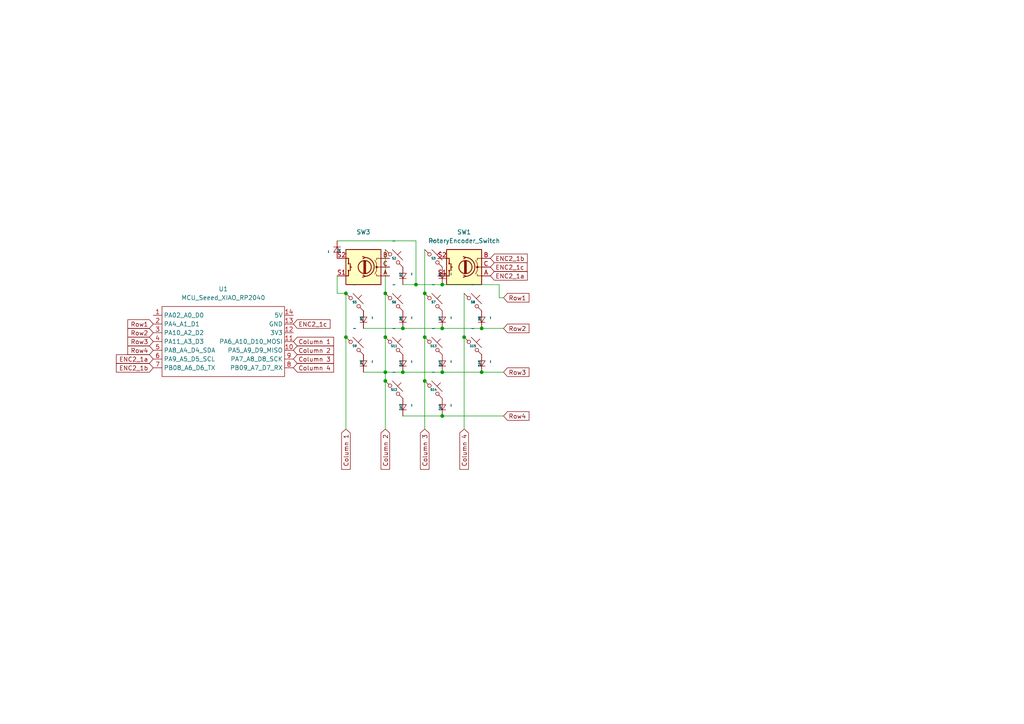
<source format=kicad_sch>
(kicad_sch
	(version 20250114)
	(generator "eeschema")
	(generator_version "9.0")
	(uuid "b171df15-ec02-4722-9797-93f3d835858c")
	(paper "A4")
	(lib_symbols
		(symbol "Device:RotaryEncoder_Switch"
			(pin_names
				(offset 0.254)
				(hide yes)
			)
			(exclude_from_sim no)
			(in_bom yes)
			(on_board yes)
			(property "Reference" "SW"
				(at 0 6.604 0)
				(effects
					(font
						(size 1.27 1.27)
					)
				)
			)
			(property "Value" "RotaryEncoder_Switch"
				(at 0 -6.604 0)
				(effects
					(font
						(size 1.27 1.27)
					)
				)
			)
			(property "Footprint" ""
				(at -3.81 4.064 0)
				(effects
					(font
						(size 1.27 1.27)
					)
					(hide yes)
				)
			)
			(property "Datasheet" "~"
				(at 0 6.604 0)
				(effects
					(font
						(size 1.27 1.27)
					)
					(hide yes)
				)
			)
			(property "Description" "Rotary encoder, dual channel, incremental quadrate outputs, with switch"
				(at 0 0 0)
				(effects
					(font
						(size 1.27 1.27)
					)
					(hide yes)
				)
			)
			(property "ki_keywords" "rotary switch encoder switch push button"
				(at 0 0 0)
				(effects
					(font
						(size 1.27 1.27)
					)
					(hide yes)
				)
			)
			(property "ki_fp_filters" "RotaryEncoder*Switch*"
				(at 0 0 0)
				(effects
					(font
						(size 1.27 1.27)
					)
					(hide yes)
				)
			)
			(symbol "RotaryEncoder_Switch_0_1"
				(rectangle
					(start -5.08 5.08)
					(end 5.08 -5.08)
					(stroke
						(width 0.254)
						(type default)
					)
					(fill
						(type background)
					)
				)
				(polyline
					(pts
						(xy -5.08 2.54) (xy -3.81 2.54) (xy -3.81 2.032)
					)
					(stroke
						(width 0)
						(type default)
					)
					(fill
						(type none)
					)
				)
				(polyline
					(pts
						(xy -5.08 0) (xy -3.81 0) (xy -3.81 -1.016) (xy -3.302 -2.032)
					)
					(stroke
						(width 0)
						(type default)
					)
					(fill
						(type none)
					)
				)
				(polyline
					(pts
						(xy -5.08 -2.54) (xy -3.81 -2.54) (xy -3.81 -2.032)
					)
					(stroke
						(width 0)
						(type default)
					)
					(fill
						(type none)
					)
				)
				(polyline
					(pts
						(xy -4.318 0) (xy -3.81 0) (xy -3.81 1.016) (xy -3.302 2.032)
					)
					(stroke
						(width 0)
						(type default)
					)
					(fill
						(type none)
					)
				)
				(circle
					(center -3.81 0)
					(radius 0.254)
					(stroke
						(width 0)
						(type default)
					)
					(fill
						(type outline)
					)
				)
				(polyline
					(pts
						(xy -0.635 -1.778) (xy -0.635 1.778)
					)
					(stroke
						(width 0.254)
						(type default)
					)
					(fill
						(type none)
					)
				)
				(circle
					(center -0.381 0)
					(radius 1.905)
					(stroke
						(width 0.254)
						(type default)
					)
					(fill
						(type none)
					)
				)
				(polyline
					(pts
						(xy -0.381 -1.778) (xy -0.381 1.778)
					)
					(stroke
						(width 0.254)
						(type default)
					)
					(fill
						(type none)
					)
				)
				(arc
					(start -0.381 -2.794)
					(mid -3.0988 -0.0635)
					(end -0.381 2.667)
					(stroke
						(width 0.254)
						(type default)
					)
					(fill
						(type none)
					)
				)
				(polyline
					(pts
						(xy -0.127 1.778) (xy -0.127 -1.778)
					)
					(stroke
						(width 0.254)
						(type default)
					)
					(fill
						(type none)
					)
				)
				(polyline
					(pts
						(xy 0.254 2.921) (xy -0.508 2.667) (xy 0.127 2.286)
					)
					(stroke
						(width 0.254)
						(type default)
					)
					(fill
						(type none)
					)
				)
				(polyline
					(pts
						(xy 0.254 -3.048) (xy -0.508 -2.794) (xy 0.127 -2.413)
					)
					(stroke
						(width 0.254)
						(type default)
					)
					(fill
						(type none)
					)
				)
				(polyline
					(pts
						(xy 3.81 1.016) (xy 3.81 -1.016)
					)
					(stroke
						(width 0.254)
						(type default)
					)
					(fill
						(type none)
					)
				)
				(polyline
					(pts
						(xy 3.81 0) (xy 3.429 0)
					)
					(stroke
						(width 0.254)
						(type default)
					)
					(fill
						(type none)
					)
				)
				(circle
					(center 4.318 1.016)
					(radius 0.127)
					(stroke
						(width 0.254)
						(type default)
					)
					(fill
						(type none)
					)
				)
				(circle
					(center 4.318 -1.016)
					(radius 0.127)
					(stroke
						(width 0.254)
						(type default)
					)
					(fill
						(type none)
					)
				)
				(polyline
					(pts
						(xy 5.08 2.54) (xy 4.318 2.54) (xy 4.318 1.016)
					)
					(stroke
						(width 0.254)
						(type default)
					)
					(fill
						(type none)
					)
				)
				(polyline
					(pts
						(xy 5.08 -2.54) (xy 4.318 -2.54) (xy 4.318 -1.016)
					)
					(stroke
						(width 0.254)
						(type default)
					)
					(fill
						(type none)
					)
				)
			)
			(symbol "RotaryEncoder_Switch_1_1"
				(pin passive line
					(at -7.62 2.54 0)
					(length 2.54)
					(name "A"
						(effects
							(font
								(size 1.27 1.27)
							)
						)
					)
					(number "A"
						(effects
							(font
								(size 1.27 1.27)
							)
						)
					)
				)
				(pin passive line
					(at -7.62 0 0)
					(length 2.54)
					(name "C"
						(effects
							(font
								(size 1.27 1.27)
							)
						)
					)
					(number "C"
						(effects
							(font
								(size 1.27 1.27)
							)
						)
					)
				)
				(pin passive line
					(at -7.62 -2.54 0)
					(length 2.54)
					(name "B"
						(effects
							(font
								(size 1.27 1.27)
							)
						)
					)
					(number "B"
						(effects
							(font
								(size 1.27 1.27)
							)
						)
					)
				)
				(pin passive line
					(at 7.62 2.54 180)
					(length 2.54)
					(name "S1"
						(effects
							(font
								(size 1.27 1.27)
							)
						)
					)
					(number "S1"
						(effects
							(font
								(size 1.27 1.27)
							)
						)
					)
				)
				(pin passive line
					(at 7.62 -2.54 180)
					(length 2.54)
					(name "S2"
						(effects
							(font
								(size 1.27 1.27)
							)
						)
					)
					(number "S2"
						(effects
							(font
								(size 1.27 1.27)
							)
						)
					)
				)
			)
			(embedded_fonts no)
		)
		(symbol "ScottoKeebs:MCU_Seeed_XIAO_RP2040"
			(exclude_from_sim no)
			(in_bom yes)
			(on_board yes)
			(property "Reference" "U"
				(at -16.51 11.43 0)
				(effects
					(font
						(size 1.27 1.27)
					)
				)
			)
			(property "Value" "MCU_Seeed_XIAO_RP2040"
				(at -3.81 -11.43 0)
				(effects
					(font
						(size 1.27 1.27)
					)
				)
			)
			(property "Footprint" ""
				(at -16.51 2.54 0)
				(effects
					(font
						(size 1.27 1.27)
					)
					(hide yes)
				)
			)
			(property "Datasheet" ""
				(at -16.51 2.54 0)
				(effects
					(font
						(size 1.27 1.27)
					)
					(hide yes)
				)
			)
			(property "Description" ""
				(at 0 0 0)
				(effects
					(font
						(size 1.27 1.27)
					)
					(hide yes)
				)
			)
			(symbol "MCU_Seeed_XIAO_RP2040_0_1"
				(rectangle
					(start -16.51 10.16)
					(end 19.05 -10.16)
					(stroke
						(width 0)
						(type default)
					)
					(fill
						(type none)
					)
				)
			)
			(symbol "MCU_Seeed_XIAO_RP2040_1_1"
				(pin passive line
					(at -19.05 7.62 0)
					(length 2.54)
					(name "PA02_A0_D0"
						(effects
							(font
								(size 1.27 1.27)
							)
						)
					)
					(number "1"
						(effects
							(font
								(size 1.27 1.27)
							)
						)
					)
				)
				(pin passive line
					(at -19.05 5.08 0)
					(length 2.54)
					(name "PA4_A1_D1"
						(effects
							(font
								(size 1.27 1.27)
							)
						)
					)
					(number "2"
						(effects
							(font
								(size 1.27 1.27)
							)
						)
					)
				)
				(pin passive line
					(at -19.05 2.54 0)
					(length 2.54)
					(name "PA10_A2_D2"
						(effects
							(font
								(size 1.27 1.27)
							)
						)
					)
					(number "3"
						(effects
							(font
								(size 1.27 1.27)
							)
						)
					)
				)
				(pin passive line
					(at -19.05 0 0)
					(length 2.54)
					(name "PA11_A3_D3"
						(effects
							(font
								(size 1.27 1.27)
							)
						)
					)
					(number "4"
						(effects
							(font
								(size 1.27 1.27)
							)
						)
					)
				)
				(pin passive line
					(at -19.05 -2.54 0)
					(length 2.54)
					(name "PA8_A4_D4_SDA"
						(effects
							(font
								(size 1.27 1.27)
							)
						)
					)
					(number "5"
						(effects
							(font
								(size 1.27 1.27)
							)
						)
					)
				)
				(pin passive line
					(at -19.05 -5.08 0)
					(length 2.54)
					(name "PA9_A5_D5_SCL"
						(effects
							(font
								(size 1.27 1.27)
							)
						)
					)
					(number "6"
						(effects
							(font
								(size 1.27 1.27)
							)
						)
					)
				)
				(pin passive line
					(at -19.05 -7.62 0)
					(length 2.54)
					(name "PB08_A6_D6_TX"
						(effects
							(font
								(size 1.27 1.27)
							)
						)
					)
					(number "7"
						(effects
							(font
								(size 1.27 1.27)
							)
						)
					)
				)
				(pin passive line
					(at 21.59 7.62 180)
					(length 2.54)
					(name "5V"
						(effects
							(font
								(size 1.27 1.27)
							)
						)
					)
					(number "14"
						(effects
							(font
								(size 1.27 1.27)
							)
						)
					)
				)
				(pin passive line
					(at 21.59 5.08 180)
					(length 2.54)
					(name "GND"
						(effects
							(font
								(size 1.27 1.27)
							)
						)
					)
					(number "13"
						(effects
							(font
								(size 1.27 1.27)
							)
						)
					)
				)
				(pin passive line
					(at 21.59 2.54 180)
					(length 2.54)
					(name "3V3"
						(effects
							(font
								(size 1.27 1.27)
							)
						)
					)
					(number "12"
						(effects
							(font
								(size 1.27 1.27)
							)
						)
					)
				)
				(pin passive line
					(at 21.59 0 180)
					(length 2.54)
					(name "PA6_A10_D10_MOSI"
						(effects
							(font
								(size 1.27 1.27)
							)
						)
					)
					(number "11"
						(effects
							(font
								(size 1.27 1.27)
							)
						)
					)
				)
				(pin passive line
					(at 21.59 -2.54 180)
					(length 2.54)
					(name "PA5_A9_D9_MISO"
						(effects
							(font
								(size 1.27 1.27)
							)
						)
					)
					(number "10"
						(effects
							(font
								(size 1.27 1.27)
							)
						)
					)
				)
				(pin passive line
					(at 21.59 -5.08 180)
					(length 2.54)
					(name "PA7_A8_D8_SCK"
						(effects
							(font
								(size 1.27 1.27)
							)
						)
					)
					(number "9"
						(effects
							(font
								(size 1.27 1.27)
							)
						)
					)
				)
				(pin passive line
					(at 21.59 -7.62 180)
					(length 2.54)
					(name "PB09_A7_D7_RX"
						(effects
							(font
								(size 1.27 1.27)
							)
						)
					)
					(number "8"
						(effects
							(font
								(size 1.27 1.27)
							)
						)
					)
				)
			)
			(embedded_fonts no)
		)
		(symbol "ScottoKeebs:Placeholder_Diode"
			(pin_numbers
				(hide yes)
			)
			(pin_names
				(hide yes)
			)
			(exclude_from_sim no)
			(in_bom yes)
			(on_board yes)
			(property "Reference" "D"
				(at -0.15 1.066 0)
				(do_not_autoplace)
				(effects
					(font
						(size 0.635 0.635)
						(thickness 0.127)
						(bold yes)
					)
					(justify right bottom)
				)
			)
			(property "Value" ""
				(at 2.54 0 90)
				(effects
					(font
						(size 1.27 1.27)
					)
				)
			)
			(property "Footprint" ""
				(at 0 0 90)
				(effects
					(font
						(size 1.27 1.27)
					)
					(hide yes)
				)
			)
			(property "Datasheet" ""
				(at 0 0 90)
				(effects
					(font
						(size 1.27 1.27)
					)
					(hide yes)
				)
			)
			(property "Description" ""
				(at 3.81 0 90)
				(effects
					(font
						(size 1.27 1.27)
					)
					(hide yes)
				)
			)
			(property "ki_keywords" "diode"
				(at 0 0 0)
				(effects
					(font
						(size 1.27 1.27)
					)
					(hide yes)
				)
			)
			(property "ki_fp_filters" "D*DO?35*"
				(at 0 0 0)
				(effects
					(font
						(size 1.27 1.27)
					)
					(hide yes)
				)
			)
			(symbol "Placeholder_Diode_0_1"
				(polyline
					(pts
						(xy 0 -0.762) (xy 0 0.762)
					)
					(stroke
						(width 0)
						(type default)
					)
					(fill
						(type none)
					)
				)
			)
			(symbol "Placeholder_Diode_1_1"
				(polyline
					(pts
						(xy 1.016 0.762) (xy 0 -0.762) (xy -1.016 0.762) (xy 1.016 0.762)
					)
					(stroke
						(width 0.1524)
						(type default)
					)
					(fill
						(type none)
					)
				)
				(polyline
					(pts
						(xy 1.016 -0.762) (xy -1.016 -0.762)
					)
					(stroke
						(width 0.1524)
						(type default)
					)
					(fill
						(type none)
					)
				)
				(pin passive line
					(at 0 2.54 270)
					(length 1.778)
					(name "A"
						(effects
							(font
								(size 1.27 1.27)
							)
						)
					)
					(number "2"
						(effects
							(font
								(size 1.27 1.27)
							)
						)
					)
				)
				(pin passive line
					(at 0 -2.54 90)
					(length 1.778)
					(name "K"
						(effects
							(font
								(size 1.27 1.27)
							)
						)
					)
					(number "1"
						(effects
							(font
								(size 1.27 1.27)
							)
						)
					)
				)
			)
			(embedded_fonts no)
		)
		(symbol "ScottoKeebs:Placeholder_Keyswitch"
			(pin_numbers
				(hide yes)
			)
			(pin_names
				(offset 1.016)
				(hide yes)
			)
			(exclude_from_sim no)
			(in_bom yes)
			(on_board yes)
			(property "Reference" "S"
				(at 0 0 0)
				(do_not_autoplace)
				(effects
					(font
						(size 0.635 0.635)
						(thickness 0.127)
						(bold yes)
					)
				)
			)
			(property "Value" ""
				(at 0 -3.81 0)
				(effects
					(font
						(size 1.27 1.27)
					)
				)
			)
			(property "Footprint" ""
				(at 0 0 0)
				(effects
					(font
						(size 1.27 1.27)
					)
					(hide yes)
				)
			)
			(property "Datasheet" ""
				(at -2.54 -1.778 0)
				(effects
					(font
						(size 1.27 1.27)
					)
					(hide yes)
				)
			)
			(property "Description" ""
				(at 0 0 0)
				(effects
					(font
						(size 1.27 1.27)
					)
					(hide yes)
				)
			)
			(property "ki_keywords" "switch normally-open pushbutton push-button"
				(at 0 0 0)
				(effects
					(font
						(size 1.27 1.27)
					)
					(hide yes)
				)
			)
			(symbol "Placeholder_Keyswitch_0_1"
				(polyline
					(pts
						(xy -2.54 2.54) (xy -1.524 1.524) (xy -1.524 1.524)
					)
					(stroke
						(width 0)
						(type default)
					)
					(fill
						(type none)
					)
				)
				(circle
					(center -1.1684 1.1684)
					(radius 0.508)
					(stroke
						(width 0)
						(type default)
					)
					(fill
						(type none)
					)
				)
				(polyline
					(pts
						(xy -0.508 2.54) (xy 2.54 -0.508)
					)
					(stroke
						(width 0)
						(type default)
					)
					(fill
						(type none)
					)
				)
				(polyline
					(pts
						(xy 1.016 1.016) (xy 2.032 2.032)
					)
					(stroke
						(width 0)
						(type default)
					)
					(fill
						(type none)
					)
				)
				(circle
					(center 1.143 -1.1938)
					(radius 0.508)
					(stroke
						(width 0)
						(type default)
					)
					(fill
						(type none)
					)
				)
				(polyline
					(pts
						(xy 1.524 -1.524) (xy 2.54 -2.54) (xy 2.54 -2.54) (xy 2.54 -2.54)
					)
					(stroke
						(width 0)
						(type default)
					)
					(fill
						(type none)
					)
				)
				(pin passive line
					(at -2.54 2.54 0)
					(length 0)
					(name "1"
						(effects
							(font
								(size 1.27 1.27)
							)
						)
					)
					(number "1"
						(effects
							(font
								(size 1.27 1.27)
							)
						)
					)
				)
				(pin passive line
					(at 2.54 -2.54 180)
					(length 0)
					(name "2"
						(effects
							(font
								(size 1.27 1.27)
							)
						)
					)
					(number "2"
						(effects
							(font
								(size 1.27 1.27)
							)
						)
					)
				)
			)
			(embedded_fonts no)
		)
	)
	(junction
		(at 100.33 85.09)
		(diameter 0)
		(color 0 0 0 0)
		(uuid "09f64b85-577f-4542-9020-b0d1fa90c573")
	)
	(junction
		(at 111.76 97.79)
		(diameter 0)
		(color 0 0 0 0)
		(uuid "0c755bb4-a226-44e7-a9aa-cf2709a521e9")
	)
	(junction
		(at 120.65 82.55)
		(diameter 0)
		(color 0 0 0 0)
		(uuid "294aaf53-3f2e-404d-a178-46ab7ffcf9e5")
	)
	(junction
		(at 139.7 107.95)
		(diameter 0)
		(color 0 0 0 0)
		(uuid "31281d88-a218-44d1-aa93-c36a773aa595")
	)
	(junction
		(at 128.27 120.65)
		(diameter 0)
		(color 0 0 0 0)
		(uuid "440a384a-ff50-4bcd-ac38-433105605d6f")
	)
	(junction
		(at 123.19 110.49)
		(diameter 0)
		(color 0 0 0 0)
		(uuid "448319a9-e6a0-44ce-8244-74316806ef98")
	)
	(junction
		(at 100.33 97.79)
		(diameter 0)
		(color 0 0 0 0)
		(uuid "4c6f142e-4128-4cdf-a131-fec5c65261f4")
	)
	(junction
		(at 128.27 82.55)
		(diameter 0)
		(color 0 0 0 0)
		(uuid "7753e1c0-9b2c-4315-802b-825e554b65c8")
	)
	(junction
		(at 111.76 85.09)
		(diameter 0)
		(color 0 0 0 0)
		(uuid "819a2cef-2a36-49e0-8264-bc2808834003")
	)
	(junction
		(at 111.76 107.95)
		(diameter 0)
		(color 0 0 0 0)
		(uuid "8d72baee-0ec7-4a93-b458-eae4e26b8712")
	)
	(junction
		(at 139.7 95.25)
		(diameter 0)
		(color 0 0 0 0)
		(uuid "c30e9073-4d61-46e8-8916-ef54c83270ef")
	)
	(junction
		(at 123.19 85.09)
		(diameter 0)
		(color 0 0 0 0)
		(uuid "cc0d6bdd-1da1-4c61-92c3-c339114fd3ea")
	)
	(junction
		(at 123.19 97.79)
		(diameter 0)
		(color 0 0 0 0)
		(uuid "cea02256-5500-492c-b9d7-42e0842c95fd")
	)
	(junction
		(at 116.84 95.25)
		(diameter 0)
		(color 0 0 0 0)
		(uuid "d49fe67e-ebac-4a5a-b9d8-ad5ac8998ee6")
	)
	(junction
		(at 128.27 107.95)
		(diameter 0)
		(color 0 0 0 0)
		(uuid "d8caacf3-1134-487f-9c43-80d1e62704c0")
	)
	(junction
		(at 116.84 107.95)
		(diameter 0)
		(color 0 0 0 0)
		(uuid "de86a9d6-0f8d-48e4-9c73-f876789fff30")
	)
	(junction
		(at 128.27 95.25)
		(diameter 0)
		(color 0 0 0 0)
		(uuid "e5578685-943e-480b-858f-94057f2e7dbf")
	)
	(junction
		(at 111.76 110.49)
		(diameter 0)
		(color 0 0 0 0)
		(uuid "e5b12dcb-e8fb-4366-b9d3-5c3e337364af")
	)
	(junction
		(at 134.62 97.79)
		(diameter 0)
		(color 0 0 0 0)
		(uuid "e5b7d71c-eee2-40e5-9058-ed992e53cdc2")
	)
	(wire
		(pts
			(xy 123.19 85.09) (xy 123.19 97.79)
		)
		(stroke
			(width 0)
			(type default)
		)
		(uuid "0314a56b-ad4a-4946-8bc4-13a24a158ed1")
	)
	(wire
		(pts
			(xy 134.62 124.46) (xy 134.62 97.79)
		)
		(stroke
			(width 0)
			(type default)
		)
		(uuid "04aa8009-b930-4fb9-b30b-5e0bfc7a7ad3")
	)
	(wire
		(pts
			(xy 144.78 82.55) (xy 128.27 82.55)
		)
		(stroke
			(width 0)
			(type default)
		)
		(uuid "1042d0d0-462a-4b90-8cd5-669e4ad2ef7c")
	)
	(wire
		(pts
			(xy 111.76 110.49) (xy 111.76 107.95)
		)
		(stroke
			(width 0)
			(type default)
		)
		(uuid "1572534c-816a-4e21-9c7a-7f7064fa9e8b")
	)
	(wire
		(pts
			(xy 123.19 72.39) (xy 123.19 85.09)
		)
		(stroke
			(width 0)
			(type default)
		)
		(uuid "21a8e920-3b39-4318-8e78-942a9e707485")
	)
	(wire
		(pts
			(xy 146.05 95.25) (xy 139.7 95.25)
		)
		(stroke
			(width 0)
			(type default)
		)
		(uuid "2684b216-aa23-4aa3-b597-8019e8b3f22b")
	)
	(wire
		(pts
			(xy 111.76 72.39) (xy 111.76 85.09)
		)
		(stroke
			(width 0)
			(type default)
		)
		(uuid "28d2805d-0805-4046-a522-d3991b0e782b")
	)
	(wire
		(pts
			(xy 111.76 85.09) (xy 111.76 97.79)
		)
		(stroke
			(width 0)
			(type default)
		)
		(uuid "32e4f620-1d49-42f0-84d3-290aec9aee92")
	)
	(wire
		(pts
			(xy 111.76 107.95) (xy 116.84 107.95)
		)
		(stroke
			(width 0)
			(type default)
		)
		(uuid "3b4950bd-a5c6-4d2e-9cf2-9f29dd260c85")
	)
	(wire
		(pts
			(xy 100.33 85.09) (xy 100.33 97.79)
		)
		(stroke
			(width 0)
			(type default)
		)
		(uuid "3c20ff6c-a4e8-4b84-a252-0cc2bfbeb80d")
	)
	(wire
		(pts
			(xy 97.79 85.09) (xy 100.33 85.09)
		)
		(stroke
			(width 0)
			(type default)
		)
		(uuid "4062105c-5017-445a-bc0a-8863163e2161")
	)
	(wire
		(pts
			(xy 116.84 95.25) (xy 128.27 95.25)
		)
		(stroke
			(width 0)
			(type default)
		)
		(uuid "4c02e153-1a73-4b44-94b7-0d3690fb01c7")
	)
	(wire
		(pts
			(xy 123.19 124.46) (xy 123.19 110.49)
		)
		(stroke
			(width 0)
			(type default)
		)
		(uuid "4e887746-85f4-472f-9f4a-188d7fd730c1")
	)
	(wire
		(pts
			(xy 146.05 86.36) (xy 144.78 86.36)
		)
		(stroke
			(width 0)
			(type default)
		)
		(uuid "52581b54-69bd-4567-98a6-8e9043cdd728")
	)
	(wire
		(pts
			(xy 120.65 82.55) (xy 120.65 69.85)
		)
		(stroke
			(width 0)
			(type default)
		)
		(uuid "54bacb9e-9cb5-4d69-b81b-7f0143749014")
	)
	(wire
		(pts
			(xy 134.62 85.09) (xy 134.62 97.79)
		)
		(stroke
			(width 0)
			(type default)
		)
		(uuid "58c20b03-7e63-4947-b696-c834367adda8")
	)
	(wire
		(pts
			(xy 120.65 82.55) (xy 128.27 82.55)
		)
		(stroke
			(width 0)
			(type default)
		)
		(uuid "61415580-aa32-4839-9b12-236797894b5f")
	)
	(wire
		(pts
			(xy 128.27 107.95) (xy 139.7 107.95)
		)
		(stroke
			(width 0)
			(type default)
		)
		(uuid "654c8ff7-9151-4de3-b7ce-629de16df154")
	)
	(wire
		(pts
			(xy 123.19 97.79) (xy 123.19 110.49)
		)
		(stroke
			(width 0)
			(type default)
		)
		(uuid "6def7e8b-e34d-4489-8f1e-2175ab01976b")
	)
	(wire
		(pts
			(xy 120.65 69.85) (xy 97.79 69.85)
		)
		(stroke
			(width 0)
			(type default)
		)
		(uuid "6fceeb93-20ea-4614-9bbe-e98d3c77da94")
	)
	(wire
		(pts
			(xy 116.84 120.65) (xy 128.27 120.65)
		)
		(stroke
			(width 0)
			(type default)
		)
		(uuid "7cf60ad7-f17f-4d9b-bea0-4b12cc2ffdac")
	)
	(wire
		(pts
			(xy 144.78 86.36) (xy 144.78 82.55)
		)
		(stroke
			(width 0)
			(type default)
		)
		(uuid "7daf941f-8477-4724-9a7b-84dc5b32a31b")
	)
	(wire
		(pts
			(xy 116.84 107.95) (xy 128.27 107.95)
		)
		(stroke
			(width 0)
			(type default)
		)
		(uuid "7eb9f5d9-646d-4bc3-966c-0d6f8a5bb0e8")
	)
	(wire
		(pts
			(xy 116.84 82.55) (xy 120.65 82.55)
		)
		(stroke
			(width 0)
			(type default)
		)
		(uuid "9b8c1e34-c472-4b35-8e89-0aa93eb991d9")
	)
	(wire
		(pts
			(xy 97.79 80.01) (xy 97.79 85.09)
		)
		(stroke
			(width 0)
			(type default)
		)
		(uuid "a95e3f62-cad0-41e6-88c4-b02e1c16860a")
	)
	(wire
		(pts
			(xy 146.05 107.95) (xy 139.7 107.95)
		)
		(stroke
			(width 0)
			(type default)
		)
		(uuid "aaedcc9a-135b-4d6f-aeb6-92425f6026d4")
	)
	(wire
		(pts
			(xy 128.27 95.25) (xy 139.7 95.25)
		)
		(stroke
			(width 0)
			(type default)
		)
		(uuid "b0e88612-c27d-4e90-8ae9-50e95dabf1f1")
	)
	(wire
		(pts
			(xy 105.41 107.95) (xy 111.76 107.95)
		)
		(stroke
			(width 0)
			(type default)
		)
		(uuid "b6a2e98d-108d-4895-a242-b4d7f41042ae")
	)
	(wire
		(pts
			(xy 111.76 97.79) (xy 111.76 107.95)
		)
		(stroke
			(width 0)
			(type default)
		)
		(uuid "b9c5c627-2f28-43c9-afc9-01fd44c20053")
	)
	(wire
		(pts
			(xy 100.33 97.79) (xy 100.33 124.46)
		)
		(stroke
			(width 0)
			(type default)
		)
		(uuid "cab6264f-4446-46e1-95fa-74726ca970df")
	)
	(wire
		(pts
			(xy 146.05 120.65) (xy 128.27 120.65)
		)
		(stroke
			(width 0)
			(type default)
		)
		(uuid "d1faa93f-89bd-4a2f-9030-fbeeb82d1047")
	)
	(wire
		(pts
			(xy 105.41 95.25) (xy 116.84 95.25)
		)
		(stroke
			(width 0)
			(type default)
		)
		(uuid "e1bfb401-7dd5-45d2-9439-f794e59f71af")
	)
	(wire
		(pts
			(xy 111.76 124.46) (xy 111.76 110.49)
		)
		(stroke
			(width 0)
			(type default)
		)
		(uuid "e38e45fa-098d-4fca-abef-679c54f0b643")
	)
	(global_label "Row3"
		(shape input)
		(at 146.05 107.95 0)
		(fields_autoplaced yes)
		(effects
			(font
				(size 1.27 1.27)
			)
			(justify left)
		)
		(uuid "0de40635-97c1-44cb-9698-8b6ce7ccc827")
		(property "Intersheetrefs" "${INTERSHEET_REFS}"
			(at 153.9942 107.95 0)
			(effects
				(font
					(size 1.27 1.27)
				)
				(justify left)
				(hide yes)
			)
		)
	)
	(global_label "ENC2_1c"
		(shape input)
		(at 85.09 93.98 0)
		(fields_autoplaced yes)
		(effects
			(font
				(size 1.27 1.27)
			)
			(justify left)
		)
		(uuid "1001dc03-3889-44a2-8283-ba3d7c64f671")
		(property "Intersheetrefs" "${INTERSHEET_REFS}"
			(at 96.2999 93.98 0)
			(effects
				(font
					(size 1.27 1.27)
				)
				(justify left)
				(hide yes)
			)
		)
	)
	(global_label "ENC2_1b"
		(shape input)
		(at 142.24 74.93 0)
		(fields_autoplaced yes)
		(effects
			(font
				(size 1.27 1.27)
			)
			(justify left)
		)
		(uuid "138b17bb-c460-446e-8e75-aa49de9c94a7")
		(property "Intersheetrefs" "${INTERSHEET_REFS}"
			(at 153.5103 74.93 0)
			(effects
				(font
					(size 1.27 1.27)
				)
				(justify left)
				(hide yes)
			)
		)
	)
	(global_label "Column 3"
		(shape input)
		(at 85.09 104.14 0)
		(fields_autoplaced yes)
		(effects
			(font
				(size 1.27 1.27)
			)
			(justify left)
		)
		(uuid "1ae94be0-f3fc-43e4-9fba-29d2b662d0ee")
		(property "Intersheetrefs" "${INTERSHEET_REFS}"
			(at 97.3278 104.14 0)
			(effects
				(font
					(size 1.27 1.27)
				)
				(justify left)
				(hide yes)
			)
		)
	)
	(global_label "Column 2"
		(shape input)
		(at 85.09 101.6 0)
		(fields_autoplaced yes)
		(effects
			(font
				(size 1.27 1.27)
			)
			(justify left)
		)
		(uuid "3bfe6d49-02de-46cf-b2f0-d8728649777f")
		(property "Intersheetrefs" "${INTERSHEET_REFS}"
			(at 97.3278 101.6 0)
			(effects
				(font
					(size 1.27 1.27)
				)
				(justify left)
				(hide yes)
			)
		)
	)
	(global_label "ENC2_1b"
		(shape input)
		(at 44.45 106.68 180)
		(fields_autoplaced yes)
		(effects
			(font
				(size 1.27 1.27)
			)
			(justify right)
		)
		(uuid "401d8b6a-6e51-4e9c-96fc-41079372da56")
		(property "Intersheetrefs" "${INTERSHEET_REFS}"
			(at 33.1797 106.68 0)
			(effects
				(font
					(size 1.27 1.27)
				)
				(justify right)
				(hide yes)
			)
		)
	)
	(global_label "Row2"
		(shape input)
		(at 44.45 96.52 180)
		(fields_autoplaced yes)
		(effects
			(font
				(size 1.27 1.27)
			)
			(justify right)
		)
		(uuid "434ee9b6-697d-4c2e-bebc-1a9789252097")
		(property "Intersheetrefs" "${INTERSHEET_REFS}"
			(at 36.5058 96.52 0)
			(effects
				(font
					(size 1.27 1.27)
				)
				(justify right)
				(hide yes)
			)
		)
	)
	(global_label "Column 1"
		(shape input)
		(at 85.09 99.06 0)
		(fields_autoplaced yes)
		(effects
			(font
				(size 1.27 1.27)
			)
			(justify left)
		)
		(uuid "55bb4700-e3ec-4617-9233-7fd1f74e6725")
		(property "Intersheetrefs" "${INTERSHEET_REFS}"
			(at 97.3278 99.06 0)
			(effects
				(font
					(size 1.27 1.27)
				)
				(justify left)
				(hide yes)
			)
		)
	)
	(global_label "Row4"
		(shape input)
		(at 44.45 101.6 180)
		(fields_autoplaced yes)
		(effects
			(font
				(size 1.27 1.27)
			)
			(justify right)
		)
		(uuid "5a3c094e-8b46-40dd-b00b-ede19e3801c8")
		(property "Intersheetrefs" "${INTERSHEET_REFS}"
			(at 36.5058 101.6 0)
			(effects
				(font
					(size 1.27 1.27)
				)
				(justify right)
				(hide yes)
			)
		)
	)
	(global_label "Column 4"
		(shape input)
		(at 85.09 106.68 0)
		(fields_autoplaced yes)
		(effects
			(font
				(size 1.27 1.27)
			)
			(justify left)
		)
		(uuid "5c7b061f-9d96-4efe-a165-34dd6edb4606")
		(property "Intersheetrefs" "${INTERSHEET_REFS}"
			(at 97.3278 106.68 0)
			(effects
				(font
					(size 1.27 1.27)
				)
				(justify left)
				(hide yes)
			)
		)
	)
	(global_label "Column 4"
		(shape input)
		(at 134.62 124.46 270)
		(fields_autoplaced yes)
		(effects
			(font
				(size 1.27 1.27)
			)
			(justify right)
		)
		(uuid "76a77403-5f77-440a-a30f-153dc5e57d30")
		(property "Intersheetrefs" "${INTERSHEET_REFS}"
			(at 134.62 136.6978 90)
			(effects
				(font
					(size 1.27 1.27)
				)
				(justify right)
				(hide yes)
			)
		)
	)
	(global_label "Column 3"
		(shape input)
		(at 123.19 124.46 270)
		(fields_autoplaced yes)
		(effects
			(font
				(size 1.27 1.27)
			)
			(justify right)
		)
		(uuid "78004ad9-ab5d-4cc4-85ff-ac47ad3b0453")
		(property "Intersheetrefs" "${INTERSHEET_REFS}"
			(at 123.19 136.6978 90)
			(effects
				(font
					(size 1.27 1.27)
				)
				(justify right)
				(hide yes)
			)
		)
	)
	(global_label "Row2"
		(shape input)
		(at 146.05 95.25 0)
		(fields_autoplaced yes)
		(effects
			(font
				(size 1.27 1.27)
			)
			(justify left)
		)
		(uuid "865f0d69-674e-45fe-b73f-d2aaa4877b83")
		(property "Intersheetrefs" "${INTERSHEET_REFS}"
			(at 153.9942 95.25 0)
			(effects
				(font
					(size 1.27 1.27)
				)
				(justify left)
				(hide yes)
			)
		)
	)
	(global_label "Column 1"
		(shape input)
		(at 100.33 124.46 270)
		(fields_autoplaced yes)
		(effects
			(font
				(size 1.27 1.27)
			)
			(justify right)
		)
		(uuid "8d6177a7-8dde-46ff-bf75-a5a7ddf19b3e")
		(property "Intersheetrefs" "${INTERSHEET_REFS}"
			(at 100.33 136.6978 90)
			(effects
				(font
					(size 1.27 1.27)
				)
				(justify right)
				(hide yes)
			)
		)
	)
	(global_label "ENC2_1a"
		(shape input)
		(at 44.45 104.14 180)
		(fields_autoplaced yes)
		(effects
			(font
				(size 1.27 1.27)
			)
			(justify right)
		)
		(uuid "94e7ab9e-fcbb-4cb3-becc-aff442f25851")
		(property "Intersheetrefs" "${INTERSHEET_REFS}"
			(at 33.1797 104.14 0)
			(effects
				(font
					(size 1.27 1.27)
				)
				(justify right)
				(hide yes)
			)
		)
	)
	(global_label "Row3"
		(shape input)
		(at 44.45 99.06 180)
		(fields_autoplaced yes)
		(effects
			(font
				(size 1.27 1.27)
			)
			(justify right)
		)
		(uuid "a7896908-4a8b-4112-bbc0-555d83f7b1d5")
		(property "Intersheetrefs" "${INTERSHEET_REFS}"
			(at 36.5058 99.06 0)
			(effects
				(font
					(size 1.27 1.27)
				)
				(justify right)
				(hide yes)
			)
		)
	)
	(global_label "Row4"
		(shape input)
		(at 146.05 120.65 0)
		(fields_autoplaced yes)
		(effects
			(font
				(size 1.27 1.27)
			)
			(justify left)
		)
		(uuid "a8e5f628-8121-4d05-aa8a-b7b3cbb00666")
		(property "Intersheetrefs" "${INTERSHEET_REFS}"
			(at 153.9942 120.65 0)
			(effects
				(font
					(size 1.27 1.27)
				)
				(justify left)
				(hide yes)
			)
		)
	)
	(global_label "Column 2"
		(shape input)
		(at 111.76 124.46 270)
		(fields_autoplaced yes)
		(effects
			(font
				(size 1.27 1.27)
			)
			(justify right)
		)
		(uuid "bbbba945-47f5-4d4f-8cf7-e4bab47467c4")
		(property "Intersheetrefs" "${INTERSHEET_REFS}"
			(at 111.76 136.6978 90)
			(effects
				(font
					(size 1.27 1.27)
				)
				(justify right)
				(hide yes)
			)
		)
	)
	(global_label "Row1"
		(shape input)
		(at 146.05 86.36 0)
		(fields_autoplaced yes)
		(effects
			(font
				(size 1.27 1.27)
			)
			(justify left)
		)
		(uuid "c78bae7a-847c-4970-bfbb-23e71d7c2667")
		(property "Intersheetrefs" "${INTERSHEET_REFS}"
			(at 153.9942 86.36 0)
			(effects
				(font
					(size 1.27 1.27)
				)
				(justify left)
				(hide yes)
			)
		)
	)
	(global_label "ENC2_1c"
		(shape input)
		(at 142.24 77.47 0)
		(fields_autoplaced yes)
		(effects
			(font
				(size 1.27 1.27)
			)
			(justify left)
		)
		(uuid "cdbb705d-fce8-4339-880d-6bbb925fe306")
		(property "Intersheetrefs" "${INTERSHEET_REFS}"
			(at 153.4499 77.47 0)
			(effects
				(font
					(size 1.27 1.27)
				)
				(justify left)
				(hide yes)
			)
		)
	)
	(global_label "Row1"
		(shape input)
		(at 44.45 93.98 180)
		(fields_autoplaced yes)
		(effects
			(font
				(size 1.27 1.27)
			)
			(justify right)
		)
		(uuid "d9d4611a-895c-452d-b869-f2af80ffc534")
		(property "Intersheetrefs" "${INTERSHEET_REFS}"
			(at 36.5058 93.98 0)
			(effects
				(font
					(size 1.27 1.27)
				)
				(justify right)
				(hide yes)
			)
		)
	)
	(global_label "ENC2_1a"
		(shape input)
		(at 142.24 80.01 0)
		(fields_autoplaced yes)
		(effects
			(font
				(size 1.27 1.27)
			)
			(justify left)
		)
		(uuid "e32f5516-c383-49cf-af36-1952543434bf")
		(property "Intersheetrefs" "${INTERSHEET_REFS}"
			(at 153.5103 80.01 0)
			(effects
				(font
					(size 1.27 1.27)
				)
				(justify left)
				(hide yes)
			)
		)
	)
	(symbol
		(lib_id "ScottoKeebs:Placeholder_Diode")
		(at 128.27 80.01 0)
		(unit 1)
		(exclude_from_sim no)
		(in_bom yes)
		(on_board yes)
		(dnp no)
		(uuid "02f0446d-0de2-4ee2-a8f7-3ce3b601f4a9")
		(property "Reference" "D3"
			(at 128.12 78.944 90)
			(do_not_autoplace yes)
			(effects
				(font
					(size 0.635 0.635)
					(thickness 0.127)
					(bold yes)
				)
				(justify right bottom)
			)
		)
		(property "Value" "~"
			(at 130.81 80.0099 90)
			(effects
				(font
					(size 1.27 1.27)
				)
				(justify left)
			)
		)
		(property "Footprint" "Diode_THT:D_DO-35_SOD27_P7.62mm_Horizontal"
			(at 128.27 80.01 90)
			(effects
				(font
					(size 1.27 1.27)
				)
				(hide yes)
			)
		)
		(property "Datasheet" ""
			(at 128.27 80.01 90)
			(effects
				(font
					(size 1.27 1.27)
				)
				(hide yes)
			)
		)
		(property "Description" ""
			(at 132.08 80.01 90)
			(effects
				(font
					(size 1.27 1.27)
				)
				(hide yes)
			)
		)
		(pin "2"
			(uuid "f7f67e13-cc45-49c8-a7ce-0853b9b2f6c9")
		)
		(pin "1"
			(uuid "a052e149-2cba-4289-b860-c581246d9d95")
		)
		(instances
			(project "Makropad_v1"
				(path "/b171df15-ec02-4722-9797-93f3d835858c"
					(reference "D3")
					(unit 1)
				)
			)
		)
	)
	(symbol
		(lib_id "ScottoKeebs:Placeholder_Diode")
		(at 139.7 92.71 0)
		(unit 1)
		(exclude_from_sim no)
		(in_bom yes)
		(on_board yes)
		(dnp no)
		(uuid "1b08dda7-764e-4bfb-932a-9bd95af7f53f")
		(property "Reference" "D8"
			(at 139.55 91.644 90)
			(do_not_autoplace yes)
			(effects
				(font
					(size 0.635 0.635)
					(thickness 0.127)
					(bold yes)
				)
				(justify right bottom)
			)
		)
		(property "Value" "~"
			(at 142.24 92.7099 90)
			(effects
				(font
					(size 1.27 1.27)
				)
				(justify left)
			)
		)
		(property "Footprint" "Diode_THT:D_DO-35_SOD27_P7.62mm_Horizontal"
			(at 139.7 92.71 90)
			(effects
				(font
					(size 1.27 1.27)
				)
				(hide yes)
			)
		)
		(property "Datasheet" ""
			(at 139.7 92.71 90)
			(effects
				(font
					(size 1.27 1.27)
				)
				(hide yes)
			)
		)
		(property "Description" ""
			(at 143.51 92.71 90)
			(effects
				(font
					(size 1.27 1.27)
				)
				(hide yes)
			)
		)
		(pin "2"
			(uuid "dcb28a20-b76c-4a56-9115-c183b0619c09")
		)
		(pin "1"
			(uuid "e79ad565-91c7-451d-88f3-583519f837f4")
		)
		(instances
			(project "Makropad_v1"
				(path "/b171df15-ec02-4722-9797-93f3d835858c"
					(reference "D8")
					(unit 1)
				)
			)
		)
	)
	(symbol
		(lib_id "ScottoKeebs:Placeholder_Keyswitch")
		(at 102.87 87.63 0)
		(unit 1)
		(exclude_from_sim no)
		(in_bom yes)
		(on_board yes)
		(dnp no)
		(fields_autoplaced yes)
		(uuid "26f11d5b-5989-4284-ace4-fe0a4995adca")
		(property "Reference" "S5"
			(at 102.87 87.63 0)
			(do_not_autoplace yes)
			(effects
				(font
					(size 0.635 0.635)
					(thickness 0.127)
					(bold yes)
				)
			)
		)
		(property "Value" "~"
			(at 102.87 82.55 0)
			(effects
				(font
					(size 1.27 1.27)
				)
			)
		)
		(property "Footprint" "ScottoKeebs_Scotto:MX_Solder_1.00u"
			(at 102.87 87.63 0)
			(effects
				(font
					(size 1.27 1.27)
				)
				(hide yes)
			)
		)
		(property "Datasheet" ""
			(at 100.33 89.408 0)
			(effects
				(font
					(size 1.27 1.27)
				)
				(hide yes)
			)
		)
		(property "Description" ""
			(at 102.87 87.63 0)
			(effects
				(font
					(size 1.27 1.27)
				)
				(hide yes)
			)
		)
		(pin "2"
			(uuid "21287a47-d93a-4fcd-b6ba-9b32ace1d7cb")
		)
		(pin "1"
			(uuid "545b7a8f-cb92-47c7-900b-11be80f3336d")
		)
		(instances
			(project "Makropad_v1"
				(path "/b171df15-ec02-4722-9797-93f3d835858c"
					(reference "S5")
					(unit 1)
				)
			)
		)
	)
	(symbol
		(lib_id "ScottoKeebs:Placeholder_Diode")
		(at 116.84 105.41 0)
		(unit 1)
		(exclude_from_sim no)
		(in_bom yes)
		(on_board yes)
		(dnp no)
		(uuid "2aab9254-0c33-4a2a-bc18-d7ef26461c0d")
		(property "Reference" "D11"
			(at 116.69 104.344 90)
			(do_not_autoplace yes)
			(effects
				(font
					(size 0.635 0.635)
					(thickness 0.127)
					(bold yes)
				)
				(justify right bottom)
			)
		)
		(property "Value" "~"
			(at 119.38 105.4099 90)
			(effects
				(font
					(size 1.27 1.27)
				)
				(justify left)
			)
		)
		(property "Footprint" "Diode_THT:D_DO-35_SOD27_P7.62mm_Horizontal"
			(at 116.84 105.41 90)
			(effects
				(font
					(size 1.27 1.27)
				)
				(hide yes)
			)
		)
		(property "Datasheet" ""
			(at 116.84 105.41 90)
			(effects
				(font
					(size 1.27 1.27)
				)
				(hide yes)
			)
		)
		(property "Description" ""
			(at 120.65 105.41 90)
			(effects
				(font
					(size 1.27 1.27)
				)
				(hide yes)
			)
		)
		(pin "2"
			(uuid "eacaf684-ec44-4a93-9524-ec6af258952d")
		)
		(pin "1"
			(uuid "87f71c81-d8af-442e-b291-3ddd90d65b00")
		)
		(instances
			(project "Makropad_v1"
				(path "/b171df15-ec02-4722-9797-93f3d835858c"
					(reference "D11")
					(unit 1)
				)
			)
		)
	)
	(symbol
		(lib_id "ScottoKeebs:Placeholder_Diode")
		(at 139.7 105.41 0)
		(unit 1)
		(exclude_from_sim no)
		(in_bom yes)
		(on_board yes)
		(dnp no)
		(uuid "39f5df58-a923-4c68-8f8d-2b29e71a03b0")
		(property "Reference" "D15"
			(at 139.55 104.344 90)
			(do_not_autoplace yes)
			(effects
				(font
					(size 0.635 0.635)
					(thickness 0.127)
					(bold yes)
				)
				(justify right bottom)
			)
		)
		(property "Value" "~"
			(at 142.24 105.4099 90)
			(effects
				(font
					(size 1.27 1.27)
				)
				(justify left)
			)
		)
		(property "Footprint" "Diode_THT:D_DO-35_SOD27_P7.62mm_Horizontal"
			(at 139.7 105.41 90)
			(effects
				(font
					(size 1.27 1.27)
				)
				(hide yes)
			)
		)
		(property "Datasheet" ""
			(at 139.7 105.41 90)
			(effects
				(font
					(size 1.27 1.27)
				)
				(hide yes)
			)
		)
		(property "Description" ""
			(at 143.51 105.41 90)
			(effects
				(font
					(size 1.27 1.27)
				)
				(hide yes)
			)
		)
		(pin "2"
			(uuid "69e1d43f-983d-474e-9ce9-bbd713202a5d")
		)
		(pin "1"
			(uuid "62cfc19d-7383-46e7-9f5c-b3cde81f4caf")
		)
		(instances
			(project "Makropad_v1"
				(path "/b171df15-ec02-4722-9797-93f3d835858c"
					(reference "D15")
					(unit 1)
				)
			)
		)
	)
	(symbol
		(lib_id "ScottoKeebs:Placeholder_Diode")
		(at 116.84 118.11 0)
		(unit 1)
		(exclude_from_sim no)
		(in_bom yes)
		(on_board yes)
		(dnp no)
		(uuid "713cfb02-8a98-4b85-af8e-953f63762eee")
		(property "Reference" "D12"
			(at 116.69 117.044 90)
			(do_not_autoplace yes)
			(effects
				(font
					(size 0.635 0.635)
					(thickness 0.127)
					(bold yes)
				)
				(justify right bottom)
			)
		)
		(property "Value" "~"
			(at 119.38 118.1099 90)
			(effects
				(font
					(size 1.27 1.27)
				)
				(justify left)
			)
		)
		(property "Footprint" "Diode_THT:D_DO-35_SOD27_P7.62mm_Horizontal"
			(at 116.84 118.11 90)
			(effects
				(font
					(size 1.27 1.27)
				)
				(hide yes)
			)
		)
		(property "Datasheet" ""
			(at 116.84 118.11 90)
			(effects
				(font
					(size 1.27 1.27)
				)
				(hide yes)
			)
		)
		(property "Description" ""
			(at 120.65 118.11 90)
			(effects
				(font
					(size 1.27 1.27)
				)
				(hide yes)
			)
		)
		(pin "2"
			(uuid "f673a703-ba41-4b42-84c1-a3037c3d3474")
		)
		(pin "1"
			(uuid "41cc942b-2958-4a05-91a0-68a16e0cb5f2")
		)
		(instances
			(project "Makropad_v1"
				(path "/b171df15-ec02-4722-9797-93f3d835858c"
					(reference "D12")
					(unit 1)
				)
			)
		)
	)
	(symbol
		(lib_id "Device:RotaryEncoder_Switch")
		(at 134.62 77.47 180)
		(unit 1)
		(exclude_from_sim no)
		(in_bom yes)
		(on_board yes)
		(dnp no)
		(fields_autoplaced yes)
		(uuid "7fc46e9f-f5fc-4b59-a368-12ee15b5a839")
		(property "Reference" "SW1"
			(at 134.62 67.31 0)
			(effects
				(font
					(size 1.27 1.27)
				)
			)
		)
		(property "Value" "RotaryEncoder_Switch"
			(at 134.62 69.85 0)
			(effects
				(font
					(size 1.27 1.27)
				)
			)
		)
		(property "Footprint" "Rotary_Encoder:RotaryEncoder_Alps_EC11E-Switch_Vertical_H20mm"
			(at 138.43 81.534 0)
			(effects
				(font
					(size 1.27 1.27)
				)
				(hide yes)
			)
		)
		(property "Datasheet" "~"
			(at 134.62 84.074 0)
			(effects
				(font
					(size 1.27 1.27)
				)
				(hide yes)
			)
		)
		(property "Description" "Rotary encoder, dual channel, incremental quadrate outputs, with switch"
			(at 134.62 77.47 0)
			(effects
				(font
					(size 1.27 1.27)
				)
				(hide yes)
			)
		)
		(pin "B"
			(uuid "79fdbcb3-342c-49e8-a4e2-a69a79acebbb")
		)
		(pin "S2"
			(uuid "efc0adbb-6939-4ef0-9048-efb2b8e7b491")
		)
		(pin "A"
			(uuid "385acf99-8a8b-4c75-a2fd-8a4465f2e937")
		)
		(pin "S1"
			(uuid "b3c16acb-aeec-433c-9b07-532b651925d5")
		)
		(pin "C"
			(uuid "67e3356f-a5bc-42ae-a5aa-f035b970c92d")
		)
		(instances
			(project "Makropad_v1"
				(path "/b171df15-ec02-4722-9797-93f3d835858c"
					(reference "SW1")
					(unit 1)
				)
			)
		)
	)
	(symbol
		(lib_id "ScottoKeebs:Placeholder_Keyswitch")
		(at 125.73 113.03 0)
		(unit 1)
		(exclude_from_sim no)
		(in_bom yes)
		(on_board yes)
		(dnp no)
		(fields_autoplaced yes)
		(uuid "8238f7fa-e09b-46f9-ae29-c572593fa98e")
		(property "Reference" "S14"
			(at 125.73 113.03 0)
			(do_not_autoplace yes)
			(effects
				(font
					(size 0.635 0.635)
					(thickness 0.127)
					(bold yes)
				)
			)
		)
		(property "Value" "~"
			(at 125.73 107.95 0)
			(effects
				(font
					(size 1.27 1.27)
				)
			)
		)
		(property "Footprint" "ScottoKeebs_Scotto:MX_Solder_1.00u"
			(at 125.73 113.03 0)
			(effects
				(font
					(size 1.27 1.27)
				)
				(hide yes)
			)
		)
		(property "Datasheet" ""
			(at 123.19 114.808 0)
			(effects
				(font
					(size 1.27 1.27)
				)
				(hide yes)
			)
		)
		(property "Description" ""
			(at 125.73 113.03 0)
			(effects
				(font
					(size 1.27 1.27)
				)
				(hide yes)
			)
		)
		(pin "2"
			(uuid "1f4ee19f-ceed-48ea-8c74-55c52fdc1d4a")
		)
		(pin "1"
			(uuid "0f737e0b-5277-41e7-b353-925a4cd60923")
		)
		(instances
			(project "Makropad_v1"
				(path "/b171df15-ec02-4722-9797-93f3d835858c"
					(reference "S14")
					(unit 1)
				)
			)
		)
	)
	(symbol
		(lib_id "ScottoKeebs:Placeholder_Diode")
		(at 116.84 80.01 0)
		(unit 1)
		(exclude_from_sim no)
		(in_bom yes)
		(on_board yes)
		(dnp no)
		(uuid "85bf6f8f-74b8-44b6-985e-bc91630a10ae")
		(property "Reference" "D2"
			(at 116.69 78.944 90)
			(do_not_autoplace yes)
			(effects
				(font
					(size 0.635 0.635)
					(thickness 0.127)
					(bold yes)
				)
				(justify right bottom)
			)
		)
		(property "Value" "~"
			(at 119.38 80.0099 90)
			(effects
				(font
					(size 1.27 1.27)
				)
				(justify left)
			)
		)
		(property "Footprint" "Diode_THT:D_DO-35_SOD27_P7.62mm_Horizontal"
			(at 116.84 80.01 90)
			(effects
				(font
					(size 1.27 1.27)
				)
				(hide yes)
			)
		)
		(property "Datasheet" ""
			(at 116.84 80.01 90)
			(effects
				(font
					(size 1.27 1.27)
				)
				(hide yes)
			)
		)
		(property "Description" ""
			(at 120.65 80.01 90)
			(effects
				(font
					(size 1.27 1.27)
				)
				(hide yes)
			)
		)
		(pin "2"
			(uuid "5b2e796a-e5d0-4b5c-ae5c-c808b90f45f8")
		)
		(pin "1"
			(uuid "d2df6090-b723-4cb8-be20-202521ea151e")
		)
		(instances
			(project "Makropad_v1"
				(path "/b171df15-ec02-4722-9797-93f3d835858c"
					(reference "D2")
					(unit 1)
				)
			)
		)
	)
	(symbol
		(lib_id "ScottoKeebs:Placeholder_Keyswitch")
		(at 137.16 100.33 0)
		(unit 1)
		(exclude_from_sim no)
		(in_bom yes)
		(on_board yes)
		(dnp no)
		(fields_autoplaced yes)
		(uuid "8918bfab-8aef-4b53-afa7-f34f46c552a6")
		(property "Reference" "S15"
			(at 137.16 100.33 0)
			(do_not_autoplace yes)
			(effects
				(font
					(size 0.635 0.635)
					(thickness 0.127)
					(bold yes)
				)
			)
		)
		(property "Value" "~"
			(at 137.16 95.25 0)
			(effects
				(font
					(size 1.27 1.27)
				)
			)
		)
		(property "Footprint" "ScottoKeebs_Scotto:MX_Solder_1.00u"
			(at 137.16 100.33 0)
			(effects
				(font
					(size 1.27 1.27)
				)
				(hide yes)
			)
		)
		(property "Datasheet" ""
			(at 134.62 102.108 0)
			(effects
				(font
					(size 1.27 1.27)
				)
				(hide yes)
			)
		)
		(property "Description" ""
			(at 137.16 100.33 0)
			(effects
				(font
					(size 1.27 1.27)
				)
				(hide yes)
			)
		)
		(pin "2"
			(uuid "6ca8ff1e-e870-4202-ad02-770fbbdf8f6c")
		)
		(pin "1"
			(uuid "a63c6326-c676-4d0f-9790-e913d2ede78d")
		)
		(instances
			(project "Makropad_v1"
				(path "/b171df15-ec02-4722-9797-93f3d835858c"
					(reference "S15")
					(unit 1)
				)
			)
		)
	)
	(symbol
		(lib_id "ScottoKeebs:Placeholder_Diode")
		(at 97.79 72.39 180)
		(unit 1)
		(exclude_from_sim no)
		(in_bom yes)
		(on_board yes)
		(dnp no)
		(uuid "91c98e0f-6b83-4c9b-9550-7470f827ed2e")
		(property "Reference" "D1"
			(at 97.94 73.456 90)
			(do_not_autoplace yes)
			(effects
				(font
					(size 0.635 0.635)
					(thickness 0.127)
					(bold yes)
				)
				(justify right bottom)
			)
		)
		(property "Value" "~"
			(at 95.25 72.3901 90)
			(effects
				(font
					(size 1.27 1.27)
				)
				(justify left)
			)
		)
		(property "Footprint" "Diode_THT:D_DO-35_SOD27_P7.62mm_Horizontal"
			(at 97.79 72.39 90)
			(effects
				(font
					(size 1.27 1.27)
				)
				(hide yes)
			)
		)
		(property "Datasheet" ""
			(at 97.79 72.39 90)
			(effects
				(font
					(size 1.27 1.27)
				)
				(hide yes)
			)
		)
		(property "Description" ""
			(at 93.98 72.39 90)
			(effects
				(font
					(size 1.27 1.27)
				)
				(hide yes)
			)
		)
		(pin "2"
			(uuid "a3a6f0c9-e53e-47bd-b161-75921b20ecf9")
		)
		(pin "1"
			(uuid "2c7760dc-a47e-4077-ac96-ac7810661801")
		)
		(instances
			(project "Makropad_v1"
				(path "/b171df15-ec02-4722-9797-93f3d835858c"
					(reference "D1")
					(unit 1)
				)
			)
		)
	)
	(symbol
		(lib_id "ScottoKeebs:Placeholder_Keyswitch")
		(at 114.3 113.03 0)
		(unit 1)
		(exclude_from_sim no)
		(in_bom yes)
		(on_board yes)
		(dnp no)
		(fields_autoplaced yes)
		(uuid "9323cc54-3f23-495f-9f71-df116ba1dcae")
		(property "Reference" "S12"
			(at 114.3 113.03 0)
			(do_not_autoplace yes)
			(effects
				(font
					(size 0.635 0.635)
					(thickness 0.127)
					(bold yes)
				)
			)
		)
		(property "Value" "~"
			(at 114.3 107.95 0)
			(effects
				(font
					(size 1.27 1.27)
				)
			)
		)
		(property "Footprint" "ScottoKeebs_Scotto:MX_Solder_1.00u"
			(at 114.3 113.03 0)
			(effects
				(font
					(size 1.27 1.27)
				)
				(hide yes)
			)
		)
		(property "Datasheet" ""
			(at 111.76 114.808 0)
			(effects
				(font
					(size 1.27 1.27)
				)
				(hide yes)
			)
		)
		(property "Description" ""
			(at 114.3 113.03 0)
			(effects
				(font
					(size 1.27 1.27)
				)
				(hide yes)
			)
		)
		(pin "2"
			(uuid "93fac6ba-15b0-474e-ae22-2c7ad45f0667")
		)
		(pin "1"
			(uuid "f433918e-f1d2-44f0-812b-409255ebd0af")
		)
		(instances
			(project "Makropad_v1"
				(path "/b171df15-ec02-4722-9797-93f3d835858c"
					(reference "S12")
					(unit 1)
				)
			)
		)
	)
	(symbol
		(lib_id "ScottoKeebs:Placeholder_Keyswitch")
		(at 137.16 87.63 0)
		(unit 1)
		(exclude_from_sim no)
		(in_bom yes)
		(on_board yes)
		(dnp no)
		(fields_autoplaced yes)
		(uuid "94c0fe90-4f9f-440d-9e1d-5e054cee8648")
		(property "Reference" "S8"
			(at 137.16 87.63 0)
			(do_not_autoplace yes)
			(effects
				(font
					(size 0.635 0.635)
					(thickness 0.127)
					(bold yes)
				)
			)
		)
		(property "Value" "~"
			(at 137.16 82.55 0)
			(effects
				(font
					(size 1.27 1.27)
				)
			)
		)
		(property "Footprint" "ScottoKeebs_Scotto:MX_Solder_1.00u"
			(at 137.16 87.63 0)
			(effects
				(font
					(size 1.27 1.27)
				)
				(hide yes)
			)
		)
		(property "Datasheet" ""
			(at 134.62 89.408 0)
			(effects
				(font
					(size 1.27 1.27)
				)
				(hide yes)
			)
		)
		(property "Description" ""
			(at 137.16 87.63 0)
			(effects
				(font
					(size 1.27 1.27)
				)
				(hide yes)
			)
		)
		(pin "2"
			(uuid "337ea256-2556-44a8-9548-5259807c426f")
		)
		(pin "1"
			(uuid "219384ee-51fa-443e-98ed-18bc2dcab7e2")
		)
		(instances
			(project "Makropad_v1"
				(path "/b171df15-ec02-4722-9797-93f3d835858c"
					(reference "S8")
					(unit 1)
				)
			)
		)
	)
	(symbol
		(lib_id "ScottoKeebs:Placeholder_Keyswitch")
		(at 114.3 74.93 0)
		(unit 1)
		(exclude_from_sim no)
		(in_bom yes)
		(on_board yes)
		(dnp no)
		(fields_autoplaced yes)
		(uuid "96f050b5-6fa4-4339-b77a-afb8e13837e1")
		(property "Reference" "S2"
			(at 114.3 74.93 0)
			(do_not_autoplace yes)
			(effects
				(font
					(size 0.635 0.635)
					(thickness 0.127)
					(bold yes)
				)
			)
		)
		(property "Value" "~"
			(at 114.3 69.85 0)
			(effects
				(font
					(size 1.27 1.27)
				)
			)
		)
		(property "Footprint" "ScottoKeebs_Scotto:MX_Solder_1.00u"
			(at 114.3 74.93 0)
			(effects
				(font
					(size 1.27 1.27)
				)
				(hide yes)
			)
		)
		(property "Datasheet" ""
			(at 111.76 76.708 0)
			(effects
				(font
					(size 1.27 1.27)
				)
				(hide yes)
			)
		)
		(property "Description" ""
			(at 114.3 74.93 0)
			(effects
				(font
					(size 1.27 1.27)
				)
				(hide yes)
			)
		)
		(pin "2"
			(uuid "33023d12-d662-4160-80ab-d8de2c021351")
		)
		(pin "1"
			(uuid "f3756973-db3b-45a4-8443-28321193f2c7")
		)
		(instances
			(project "Makropad_v1"
				(path "/b171df15-ec02-4722-9797-93f3d835858c"
					(reference "S2")
					(unit 1)
				)
			)
		)
	)
	(symbol
		(lib_id "Device:RotaryEncoder_Switch")
		(at 105.41 77.47 180)
		(unit 1)
		(exclude_from_sim no)
		(in_bom yes)
		(on_board yes)
		(dnp no)
		(fields_autoplaced yes)
		(uuid "9837ff03-af0d-4637-9762-9417bd880d52")
		(property "Reference" "SW3"
			(at 105.41 67.31 0)
			(effects
				(font
					(size 1.27 1.27)
				)
			)
		)
		(property "Value" "RotaryEncoder_Switch"
			(at 105.41 69.85 0)
			(effects
				(font
					(size 1.27 1.27)
				)
				(hide yes)
			)
		)
		(property "Footprint" "Rotary_Encoder:RotaryEncoder_Alps_EC11E-Switch_Vertical_H20mm"
			(at 109.22 81.534 0)
			(effects
				(font
					(size 1.27 1.27)
				)
				(hide yes)
			)
		)
		(property "Datasheet" "~"
			(at 105.41 84.074 0)
			(effects
				(font
					(size 1.27 1.27)
				)
				(hide yes)
			)
		)
		(property "Description" "Rotary encoder, dual channel, incremental quadrate outputs, with switch"
			(at 105.41 77.47 0)
			(effects
				(font
					(size 1.27 1.27)
				)
				(hide yes)
			)
		)
		(pin "B"
			(uuid "938b22aa-9db2-4212-a1aa-39e19078fe45")
		)
		(pin "S2"
			(uuid "d973970d-2f84-4436-9f16-316be4f37d5e")
		)
		(pin "A"
			(uuid "2e92af06-88a0-46dd-850f-9197f0977929")
		)
		(pin "S1"
			(uuid "f4b4569c-aaff-4e00-8ae9-1bf9a60b570a")
		)
		(pin "C"
			(uuid "c133fef2-955f-47a4-b88f-e222ce842215")
		)
		(instances
			(project ""
				(path "/b171df15-ec02-4722-9797-93f3d835858c"
					(reference "SW3")
					(unit 1)
				)
			)
		)
	)
	(symbol
		(lib_id "ScottoKeebs:MCU_Seeed_XIAO_RP2040")
		(at 63.5 99.06 0)
		(unit 1)
		(exclude_from_sim no)
		(in_bom yes)
		(on_board yes)
		(dnp no)
		(fields_autoplaced yes)
		(uuid "9c966fc8-7a6d-48c2-ab82-219f1308ac73")
		(property "Reference" "U1"
			(at 64.77 83.82 0)
			(effects
				(font
					(size 1.27 1.27)
				)
			)
		)
		(property "Value" "MCU_Seeed_XIAO_RP2040"
			(at 64.77 86.36 0)
			(effects
				(font
					(size 1.27 1.27)
				)
			)
		)
		(property "Footprint" "ScottoKeebs_MCU:Seeed_XIAO_RP2040"
			(at 46.99 96.52 0)
			(effects
				(font
					(size 1.27 1.27)
				)
				(hide yes)
			)
		)
		(property "Datasheet" ""
			(at 46.99 96.52 0)
			(effects
				(font
					(size 1.27 1.27)
				)
				(hide yes)
			)
		)
		(property "Description" ""
			(at 63.5 99.06 0)
			(effects
				(font
					(size 1.27 1.27)
				)
				(hide yes)
			)
		)
		(pin "12"
			(uuid "79277d1f-c7a4-4926-99e8-d9e3879d196a")
		)
		(pin "5"
			(uuid "b7f1bc29-1c02-4188-88ad-6600a49452b4")
		)
		(pin "1"
			(uuid "5774e8af-447c-44be-bee3-54c3e52382f0")
		)
		(pin "2"
			(uuid "03e50f40-b534-491a-88bf-a3898f8e895e")
		)
		(pin "14"
			(uuid "7ab91df0-b977-489a-a9c4-a38c251be1f1")
		)
		(pin "3"
			(uuid "e5b0e084-b4ba-4c6f-bb6f-00377c78fe89")
		)
		(pin "4"
			(uuid "6a9240c5-7dae-48ee-9bb2-afc76af30865")
		)
		(pin "6"
			(uuid "1a552888-00de-462e-b6d3-8cb8dfe4f83e")
		)
		(pin "7"
			(uuid "affd26f0-7685-4990-bbd6-c3fba47c248f")
		)
		(pin "13"
			(uuid "324a419a-23e4-492e-bdff-07a5a84fa412")
		)
		(pin "9"
			(uuid "f1f0051a-762d-4055-8eb7-16e924031b2d")
		)
		(pin "10"
			(uuid "d204d632-ce04-4e10-9e5a-6592eb913533")
		)
		(pin "8"
			(uuid "6215f433-4567-409c-b33b-b608170f9766")
		)
		(pin "11"
			(uuid "cd13899f-9090-40f2-9262-463f2d668afb")
		)
		(instances
			(project ""
				(path "/b171df15-ec02-4722-9797-93f3d835858c"
					(reference "U1")
					(unit 1)
				)
			)
		)
	)
	(symbol
		(lib_id "ScottoKeebs:Placeholder_Diode")
		(at 105.41 92.71 0)
		(unit 1)
		(exclude_from_sim no)
		(in_bom yes)
		(on_board yes)
		(dnp no)
		(uuid "a3af05a4-9517-4d9d-bc7d-7e64315b62e5")
		(property "Reference" "D5"
			(at 105.26 91.644 90)
			(do_not_autoplace yes)
			(effects
				(font
					(size 0.635 0.635)
					(thickness 0.127)
					(bold yes)
				)
				(justify right bottom)
			)
		)
		(property "Value" "~"
			(at 107.95 92.7099 90)
			(effects
				(font
					(size 1.27 1.27)
				)
				(justify left)
			)
		)
		(property "Footprint" "Diode_THT:D_DO-35_SOD27_P7.62mm_Horizontal"
			(at 105.41 92.71 90)
			(effects
				(font
					(size 1.27 1.27)
				)
				(hide yes)
			)
		)
		(property "Datasheet" ""
			(at 105.41 92.71 90)
			(effects
				(font
					(size 1.27 1.27)
				)
				(hide yes)
			)
		)
		(property "Description" ""
			(at 109.22 92.71 90)
			(effects
				(font
					(size 1.27 1.27)
				)
				(hide yes)
			)
		)
		(pin "2"
			(uuid "57c92cd9-f72a-471c-aad3-00d79bfc7c18")
		)
		(pin "1"
			(uuid "ffae329e-d07b-43d1-961d-689c02002bef")
		)
		(instances
			(project "Makropad_v1"
				(path "/b171df15-ec02-4722-9797-93f3d835858c"
					(reference "D5")
					(unit 1)
				)
			)
		)
	)
	(symbol
		(lib_id "ScottoKeebs:Placeholder_Diode")
		(at 128.27 118.11 0)
		(unit 1)
		(exclude_from_sim no)
		(in_bom yes)
		(on_board yes)
		(dnp no)
		(uuid "b0232056-e85d-472f-8791-d4f7141cbb3c")
		(property "Reference" "D14"
			(at 128.12 117.044 90)
			(do_not_autoplace yes)
			(effects
				(font
					(size 0.635 0.635)
					(thickness 0.127)
					(bold yes)
				)
				(justify right bottom)
			)
		)
		(property "Value" "~"
			(at 130.81 118.1099 90)
			(effects
				(font
					(size 1.27 1.27)
				)
				(justify left)
			)
		)
		(property "Footprint" "Diode_THT:D_DO-35_SOD27_P7.62mm_Horizontal"
			(at 128.27 118.11 90)
			(effects
				(font
					(size 1.27 1.27)
				)
				(hide yes)
			)
		)
		(property "Datasheet" ""
			(at 128.27 118.11 90)
			(effects
				(font
					(size 1.27 1.27)
				)
				(hide yes)
			)
		)
		(property "Description" ""
			(at 132.08 118.11 90)
			(effects
				(font
					(size 1.27 1.27)
				)
				(hide yes)
			)
		)
		(pin "2"
			(uuid "8da902aa-4154-4171-abe6-a604354ce61c")
		)
		(pin "1"
			(uuid "e9dd1803-9274-4037-9887-99b65785b825")
		)
		(instances
			(project "Makropad_v1"
				(path "/b171df15-ec02-4722-9797-93f3d835858c"
					(reference "D14")
					(unit 1)
				)
			)
		)
	)
	(symbol
		(lib_id "ScottoKeebs:Placeholder_Diode")
		(at 105.41 105.41 0)
		(unit 1)
		(exclude_from_sim no)
		(in_bom yes)
		(on_board yes)
		(dnp no)
		(uuid "b6035cbc-2fd2-44d4-a402-3ab887226a04")
		(property "Reference" "D9"
			(at 105.26 104.344 90)
			(do_not_autoplace yes)
			(effects
				(font
					(size 0.635 0.635)
					(thickness 0.127)
					(bold yes)
				)
				(justify right bottom)
			)
		)
		(property "Value" "~"
			(at 107.95 105.4099 90)
			(effects
				(font
					(size 1.27 1.27)
				)
				(justify left)
			)
		)
		(property "Footprint" "Diode_THT:D_DO-35_SOD27_P7.62mm_Horizontal"
			(at 105.41 105.41 90)
			(effects
				(font
					(size 1.27 1.27)
				)
				(hide yes)
			)
		)
		(property "Datasheet" ""
			(at 105.41 105.41 90)
			(effects
				(font
					(size 1.27 1.27)
				)
				(hide yes)
			)
		)
		(property "Description" ""
			(at 109.22 105.41 90)
			(effects
				(font
					(size 1.27 1.27)
				)
				(hide yes)
			)
		)
		(pin "2"
			(uuid "04a11d7b-2748-4f8f-8778-380e29de8c5a")
		)
		(pin "1"
			(uuid "3a1d51db-7110-41f3-9a2a-d3e59803ebdb")
		)
		(instances
			(project "Makropad_v1"
				(path "/b171df15-ec02-4722-9797-93f3d835858c"
					(reference "D9")
					(unit 1)
				)
			)
		)
	)
	(symbol
		(lib_id "ScottoKeebs:Placeholder_Keyswitch")
		(at 114.3 100.33 0)
		(unit 1)
		(exclude_from_sim no)
		(in_bom yes)
		(on_board yes)
		(dnp no)
		(fields_autoplaced yes)
		(uuid "b74a09bf-1e53-4d84-bd59-ccd569e90b6b")
		(property "Reference" "S11"
			(at 114.3 100.33 0)
			(do_not_autoplace yes)
			(effects
				(font
					(size 0.635 0.635)
					(thickness 0.127)
					(bold yes)
				)
			)
		)
		(property "Value" "~"
			(at 114.3 95.25 0)
			(effects
				(font
					(size 1.27 1.27)
				)
			)
		)
		(property "Footprint" "ScottoKeebs_Scotto:MX_Solder_1.00u"
			(at 114.3 100.33 0)
			(effects
				(font
					(size 1.27 1.27)
				)
				(hide yes)
			)
		)
		(property "Datasheet" ""
			(at 111.76 102.108 0)
			(effects
				(font
					(size 1.27 1.27)
				)
				(hide yes)
			)
		)
		(property "Description" ""
			(at 114.3 100.33 0)
			(effects
				(font
					(size 1.27 1.27)
				)
				(hide yes)
			)
		)
		(pin "2"
			(uuid "5b088186-1e93-463e-9de5-68169debf723")
		)
		(pin "1"
			(uuid "f6c832b2-3eff-449f-8c61-dce2ef3280a9")
		)
		(instances
			(project "Makropad_v1"
				(path "/b171df15-ec02-4722-9797-93f3d835858c"
					(reference "S11")
					(unit 1)
				)
			)
		)
	)
	(symbol
		(lib_id "ScottoKeebs:Placeholder_Keyswitch")
		(at 125.73 100.33 0)
		(unit 1)
		(exclude_from_sim no)
		(in_bom yes)
		(on_board yes)
		(dnp no)
		(fields_autoplaced yes)
		(uuid "bcf84eb6-9cd3-4a6e-96ba-bc61196977a2")
		(property "Reference" "S13"
			(at 125.73 100.33 0)
			(do_not_autoplace yes)
			(effects
				(font
					(size 0.635 0.635)
					(thickness 0.127)
					(bold yes)
				)
			)
		)
		(property "Value" "~"
			(at 125.73 95.25 0)
			(effects
				(font
					(size 1.27 1.27)
				)
			)
		)
		(property "Footprint" "ScottoKeebs_Scotto:MX_Solder_1.00u"
			(at 125.73 100.33 0)
			(effects
				(font
					(size 1.27 1.27)
				)
				(hide yes)
			)
		)
		(property "Datasheet" ""
			(at 123.19 102.108 0)
			(effects
				(font
					(size 1.27 1.27)
				)
				(hide yes)
			)
		)
		(property "Description" ""
			(at 125.73 100.33 0)
			(effects
				(font
					(size 1.27 1.27)
				)
				(hide yes)
			)
		)
		(pin "2"
			(uuid "d2af6611-3b5c-4cfe-8e55-d97a82f36f0f")
		)
		(pin "1"
			(uuid "6343f45c-95b5-4173-b1cb-e1b0e53b1047")
		)
		(instances
			(project "Makropad_v1"
				(path "/b171df15-ec02-4722-9797-93f3d835858c"
					(reference "S13")
					(unit 1)
				)
			)
		)
	)
	(symbol
		(lib_id "ScottoKeebs:Placeholder_Keyswitch")
		(at 125.73 87.63 0)
		(unit 1)
		(exclude_from_sim no)
		(in_bom yes)
		(on_board yes)
		(dnp no)
		(fields_autoplaced yes)
		(uuid "bfaff515-7037-4a61-8edd-4537243054c9")
		(property "Reference" "S7"
			(at 125.73 87.63 0)
			(do_not_autoplace yes)
			(effects
				(font
					(size 0.635 0.635)
					(thickness 0.127)
					(bold yes)
				)
			)
		)
		(property "Value" "~"
			(at 125.73 82.55 0)
			(effects
				(font
					(size 1.27 1.27)
				)
			)
		)
		(property "Footprint" "ScottoKeebs_Scotto:MX_Solder_1.00u"
			(at 125.73 87.63 0)
			(effects
				(font
					(size 1.27 1.27)
				)
				(hide yes)
			)
		)
		(property "Datasheet" ""
			(at 123.19 89.408 0)
			(effects
				(font
					(size 1.27 1.27)
				)
				(hide yes)
			)
		)
		(property "Description" ""
			(at 125.73 87.63 0)
			(effects
				(font
					(size 1.27 1.27)
				)
				(hide yes)
			)
		)
		(pin "2"
			(uuid "0df5fe49-f5dd-430a-8a1c-dabfc41e6612")
		)
		(pin "1"
			(uuid "e30b8175-f7ad-403d-8405-4391e2e83f3e")
		)
		(instances
			(project "Makropad_v1"
				(path "/b171df15-ec02-4722-9797-93f3d835858c"
					(reference "S7")
					(unit 1)
				)
			)
		)
	)
	(symbol
		(lib_id "ScottoKeebs:Placeholder_Keyswitch")
		(at 125.73 74.93 0)
		(unit 1)
		(exclude_from_sim no)
		(in_bom yes)
		(on_board yes)
		(dnp no)
		(fields_autoplaced yes)
		(uuid "d4958803-5891-42e2-8085-e1629ad4978d")
		(property "Reference" "S3"
			(at 125.73 74.93 0)
			(do_not_autoplace yes)
			(effects
				(font
					(size 0.635 0.635)
					(thickness 0.127)
					(bold yes)
				)
			)
		)
		(property "Value" "~"
			(at 125.73 69.85 0)
			(effects
				(font
					(size 1.27 1.27)
				)
			)
		)
		(property "Footprint" "ScottoKeebs_Scotto:MX_Solder_1.00u"
			(at 125.73 74.93 0)
			(effects
				(font
					(size 1.27 1.27)
				)
				(hide yes)
			)
		)
		(property "Datasheet" ""
			(at 123.19 76.708 0)
			(effects
				(font
					(size 1.27 1.27)
				)
				(hide yes)
			)
		)
		(property "Description" ""
			(at 125.73 74.93 0)
			(effects
				(font
					(size 1.27 1.27)
				)
				(hide yes)
			)
		)
		(pin "2"
			(uuid "927232f5-66da-4fcb-9151-78c093ea6649")
		)
		(pin "1"
			(uuid "c60eb836-537e-42d7-a4b2-1aad26d8fe2f")
		)
		(instances
			(project "Makropad_v1"
				(path "/b171df15-ec02-4722-9797-93f3d835858c"
					(reference "S3")
					(unit 1)
				)
			)
		)
	)
	(symbol
		(lib_id "ScottoKeebs:Placeholder_Diode")
		(at 128.27 105.41 0)
		(unit 1)
		(exclude_from_sim no)
		(in_bom yes)
		(on_board yes)
		(dnp no)
		(uuid "d5e2e8c3-e935-4f4e-9d61-032de2739ecf")
		(property "Reference" "D13"
			(at 128.12 104.344 90)
			(do_not_autoplace yes)
			(effects
				(font
					(size 0.635 0.635)
					(thickness 0.127)
					(bold yes)
				)
				(justify right bottom)
			)
		)
		(property "Value" "~"
			(at 130.81 105.4099 90)
			(effects
				(font
					(size 1.27 1.27)
				)
				(justify left)
			)
		)
		(property "Footprint" "Diode_THT:D_DO-35_SOD27_P7.62mm_Horizontal"
			(at 128.27 105.41 90)
			(effects
				(font
					(size 1.27 1.27)
				)
				(hide yes)
			)
		)
		(property "Datasheet" ""
			(at 128.27 105.41 90)
			(effects
				(font
					(size 1.27 1.27)
				)
				(hide yes)
			)
		)
		(property "Description" ""
			(at 132.08 105.41 90)
			(effects
				(font
					(size 1.27 1.27)
				)
				(hide yes)
			)
		)
		(pin "2"
			(uuid "b839d68a-7787-4ba1-b3b7-211768078513")
		)
		(pin "1"
			(uuid "c6376740-f001-4621-b8df-bfb59ebb7965")
		)
		(instances
			(project "Makropad_v1"
				(path "/b171df15-ec02-4722-9797-93f3d835858c"
					(reference "D13")
					(unit 1)
				)
			)
		)
	)
	(symbol
		(lib_id "ScottoKeebs:Placeholder_Keyswitch")
		(at 114.3 87.63 0)
		(unit 1)
		(exclude_from_sim no)
		(in_bom yes)
		(on_board yes)
		(dnp no)
		(fields_autoplaced yes)
		(uuid "d6f5e78b-bdce-4e9b-8e1e-4944b4d68dba")
		(property "Reference" "S6"
			(at 114.3 87.63 0)
			(do_not_autoplace yes)
			(effects
				(font
					(size 0.635 0.635)
					(thickness 0.127)
					(bold yes)
				)
			)
		)
		(property "Value" "~"
			(at 114.3 82.55 0)
			(effects
				(font
					(size 1.27 1.27)
				)
			)
		)
		(property "Footprint" "ScottoKeebs_Scotto:MX_Solder_1.00u"
			(at 114.3 87.63 0)
			(effects
				(font
					(size 1.27 1.27)
				)
				(hide yes)
			)
		)
		(property "Datasheet" ""
			(at 111.76 89.408 0)
			(effects
				(font
					(size 1.27 1.27)
				)
				(hide yes)
			)
		)
		(property "Description" ""
			(at 114.3 87.63 0)
			(effects
				(font
					(size 1.27 1.27)
				)
				(hide yes)
			)
		)
		(pin "2"
			(uuid "9d78b3da-15d6-4f0c-b63c-6ba8f616b00e")
		)
		(pin "1"
			(uuid "7c9efd76-b762-4d22-95d4-3b9ab0d68efe")
		)
		(instances
			(project "Makropad_v1"
				(path "/b171df15-ec02-4722-9797-93f3d835858c"
					(reference "S6")
					(unit 1)
				)
			)
		)
	)
	(symbol
		(lib_id "ScottoKeebs:Placeholder_Diode")
		(at 116.84 92.71 0)
		(unit 1)
		(exclude_from_sim no)
		(in_bom yes)
		(on_board yes)
		(dnp no)
		(uuid "dbda5be3-48e9-43ec-aeab-507ddc03f0de")
		(property "Reference" "D6"
			(at 116.69 91.644 90)
			(do_not_autoplace yes)
			(effects
				(font
					(size 0.635 0.635)
					(thickness 0.127)
					(bold yes)
				)
				(justify right bottom)
			)
		)
		(property "Value" "~"
			(at 119.38 92.7099 90)
			(effects
				(font
					(size 1.27 1.27)
				)
				(justify left)
			)
		)
		(property "Footprint" "Diode_THT:D_DO-35_SOD27_P7.62mm_Horizontal"
			(at 116.84 92.71 90)
			(effects
				(font
					(size 1.27 1.27)
				)
				(hide yes)
			)
		)
		(property "Datasheet" ""
			(at 116.84 92.71 90)
			(effects
				(font
					(size 1.27 1.27)
				)
				(hide yes)
			)
		)
		(property "Description" ""
			(at 120.65 92.71 90)
			(effects
				(font
					(size 1.27 1.27)
				)
				(hide yes)
			)
		)
		(pin "2"
			(uuid "8c7dbc5a-52f7-4703-8e74-2b281c1839d2")
		)
		(pin "1"
			(uuid "eb57af51-c33e-49e0-b492-095719f03652")
		)
		(instances
			(project "Makropad_v1"
				(path "/b171df15-ec02-4722-9797-93f3d835858c"
					(reference "D6")
					(unit 1)
				)
			)
		)
	)
	(symbol
		(lib_id "ScottoKeebs:Placeholder_Diode")
		(at 128.27 92.71 0)
		(unit 1)
		(exclude_from_sim no)
		(in_bom yes)
		(on_board yes)
		(dnp no)
		(uuid "f10a36df-46ad-4da3-b095-1c6b402c2a4d")
		(property "Reference" "D7"
			(at 128.12 91.644 90)
			(do_not_autoplace yes)
			(effects
				(font
					(size 0.635 0.635)
					(thickness 0.127)
					(bold yes)
				)
				(justify right bottom)
			)
		)
		(property "Value" "~"
			(at 130.81 92.7099 90)
			(effects
				(font
					(size 1.27 1.27)
				)
				(justify left)
			)
		)
		(property "Footprint" "Diode_THT:D_DO-35_SOD27_P7.62mm_Horizontal"
			(at 128.27 92.71 90)
			(effects
				(font
					(size 1.27 1.27)
				)
				(hide yes)
			)
		)
		(property "Datasheet" ""
			(at 128.27 92.71 90)
			(effects
				(font
					(size 1.27 1.27)
				)
				(hide yes)
			)
		)
		(property "Description" ""
			(at 132.08 92.71 90)
			(effects
				(font
					(size 1.27 1.27)
				)
				(hide yes)
			)
		)
		(pin "2"
			(uuid "893c9325-9ac5-4ef8-9b5c-b668a56822c0")
		)
		(pin "1"
			(uuid "1afd0862-ba90-4537-99d3-cab5432e2bc6")
		)
		(instances
			(project "Makropad_v1"
				(path "/b171df15-ec02-4722-9797-93f3d835858c"
					(reference "D7")
					(unit 1)
				)
			)
		)
	)
	(symbol
		(lib_id "ScottoKeebs:Placeholder_Keyswitch")
		(at 102.87 100.33 0)
		(unit 1)
		(exclude_from_sim no)
		(in_bom yes)
		(on_board yes)
		(dnp no)
		(fields_autoplaced yes)
		(uuid "f680b053-1e60-4401-811e-0045083f0f90")
		(property "Reference" "S9"
			(at 102.87 100.33 0)
			(do_not_autoplace yes)
			(effects
				(font
					(size 0.635 0.635)
					(thickness 0.127)
					(bold yes)
				)
			)
		)
		(property "Value" "~"
			(at 102.87 95.25 0)
			(effects
				(font
					(size 1.27 1.27)
				)
			)
		)
		(property "Footprint" "ScottoKeebs_Scotto:MX_Solder_1.00u"
			(at 102.87 100.33 0)
			(effects
				(font
					(size 1.27 1.27)
				)
				(hide yes)
			)
		)
		(property "Datasheet" ""
			(at 100.33 102.108 0)
			(effects
				(font
					(size 1.27 1.27)
				)
				(hide yes)
			)
		)
		(property "Description" ""
			(at 102.87 100.33 0)
			(effects
				(font
					(size 1.27 1.27)
				)
				(hide yes)
			)
		)
		(pin "2"
			(uuid "9a8fda80-f4d9-468b-ba33-954ef4d0feff")
		)
		(pin "1"
			(uuid "ec56c1b4-e4ef-4db3-a379-11da7e163060")
		)
		(instances
			(project "Makropad_v1"
				(path "/b171df15-ec02-4722-9797-93f3d835858c"
					(reference "S9")
					(unit 1)
				)
			)
		)
	)
	(sheet_instances
		(path "/"
			(page "1")
		)
	)
	(embedded_fonts no)
)

</source>
